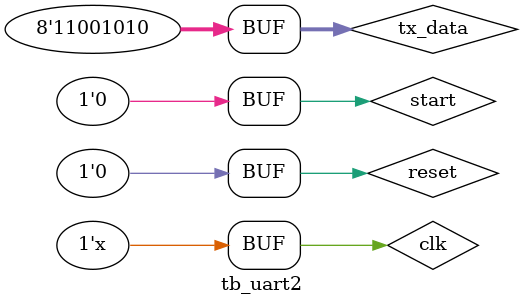
<source format=v>
`timescale 1ns / 1ps


module tb_uart2();
    reg clk;
    reg reset;
    reg start;
    reg [7:0] tx_data;
    wire txd;
    wire tx_done;       
   
    UART_2 dut(
        .clk(clk),
        .reset(reset),
        .start(start),
        .tx_data(tx_data),
        .tx_done(tx_done),
        .txd(txd)
    );
    always #5 clk = ~clk;
    initial begin
        clk = 1'b0;
        reset = 1'b1;
        start = 1'b0;
        tx_data = 0;
    end
    initial begin
        #100 reset = 1'b0;
        #100 tx_data = 8'b11001010; start = 1'b1;
        #10 start = 1'b0;
    end
    
endmodule

</source>
